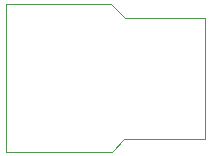
<source format=gbr>
%TF.GenerationSoftware,KiCad,Pcbnew,(6.0.11)*%
%TF.CreationDate,2023-06-18T18:32:15-07:00*%
%TF.ProjectId,usb-b-adapter,7573622d-622d-4616-9461-707465722e6b,rev?*%
%TF.SameCoordinates,Original*%
%TF.FileFunction,Profile,NP*%
%FSLAX46Y46*%
G04 Gerber Fmt 4.6, Leading zero omitted, Abs format (unit mm)*
G04 Created by KiCad (PCBNEW (6.0.11)) date 2023-06-18 18:32:15*
%MOMM*%
%LPD*%
G01*
G04 APERTURE LIST*
%TA.AperFunction,Profile*%
%ADD10C,0.100000*%
%TD*%
G04 APERTURE END LIST*
D10*
X120200000Y-111600000D02*
X120200000Y-99100000D01*
X129200000Y-111600000D02*
X120200000Y-111600000D01*
X137100000Y-100250000D02*
X137100000Y-110550000D01*
X130250000Y-110550000D02*
X137100000Y-110550000D01*
X130300000Y-100250000D02*
X137100000Y-100250000D01*
X120200000Y-99100000D02*
X129150000Y-99100000D01*
X129150000Y-99100000D02*
X130300000Y-100250000D01*
X129200000Y-111600000D02*
X130250000Y-110550000D01*
M02*

</source>
